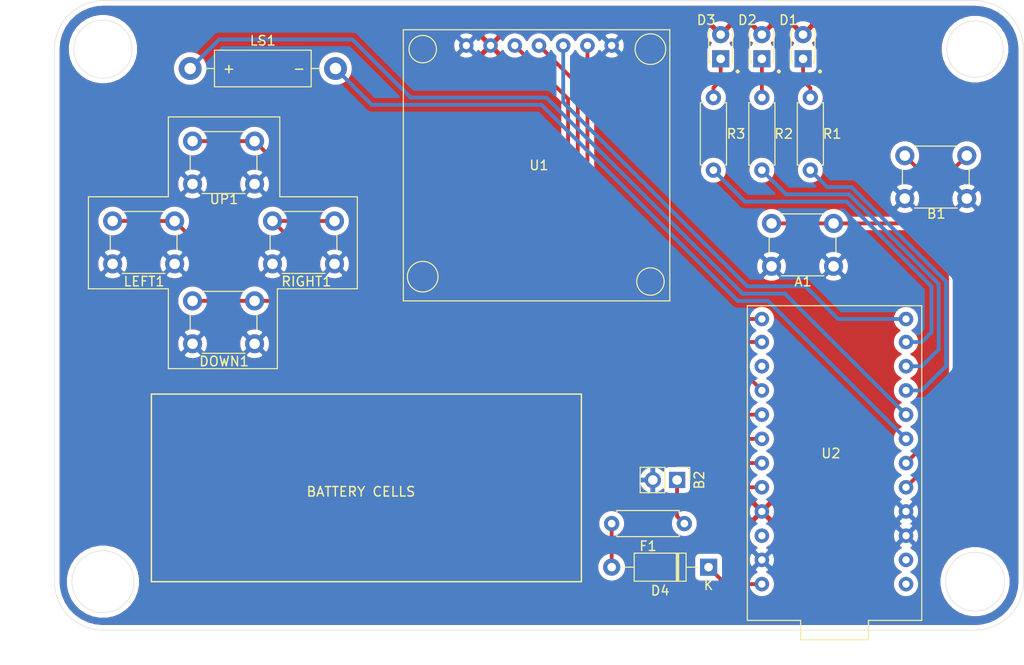
<source format=kicad_pcb>
(kicad_pcb (version 20171130) (host pcbnew "(5.1.8)-1")
  (layers (0 F.Cu signal) (31 B.Cu signal) (34 B.Paste user) (35 F.Paste user) (36 B.SilkS user) (37 F.SilkS user) (38 B.Mask user) (39 F.Mask user) (44 Edge.Cuts user))
  (net 0 "")
  (net 1 +5V)
  (net 2 "Net-(D1-Pad1)")
  (net 3 "Net-(D2-Pad1)")
  (net 4 "Net-(D3-Pad1)")
  (net 5 Speaker-)
  (net 6 Speaker+)
  (net 7 R_LED)
  (net 8 G_LED)
  (net 9 B_LED)
  (net 10 GND)
  (net 11 DOWN)
  (net 12 LEFT)
  (net 13 UP)
  (net 14 SCK)
  (net 15 CE)
  (net 16 RES)
  (net 17 MOSI)
  (net 18 "Net-(U2-Pad14)")
  (net 19 RIGHT)
  (net 20 "Net-(U2-Pad0)")
  (net 21 "Net-(U2-Pad1)")
  (net 22 BAT+)
  (net 23 "Net-(B2-Pad1)")
  (net 24 "Net-(D4-Pad2)")
  (net 25 "Net-(U2-PadRST)")
  (net 26 A_Button)
  (net 27 B_Button)
  (module Module:Arduino_Pro_Micro (layer F.Cu) (at 117.348 86.868 180)
    (fp_text reference U2 (at 0.381 3.81) (layer F.SilkS))
    (fp_text value Arduino_Pro_Micro)
    (pad 14 thru_hole circle (at 7.62 12.954 180) (size 1.524 1.524) (drill 0.762) (layers *.Cu *.Mask) (net 18 "Net-(U2-Pad14)"))
    (pad 15 thru_hole circle (at 7.62 10.414 180) (size 1.524 1.524) (drill 0.762) (layers *.Cu *.Mask) (net 14 SCK))
    (pad VCC thru_hole circle (at 7.62 -2.286 180) (size 1.524 1.524) (drill 0.762) (layers *.Cu *.Mask) (net 1 +5V))
    (pad A2 thru_hole circle (at 7.62 2.794 180) (size 1.524 1.524) (drill 0.762) (layers *.Cu *.Mask) (net 12 LEFT))
    (pad A0 thru_hole circle (at 7.62 7.874 180) (size 1.524 1.524) (drill 0.762) (layers *.Cu *.Mask) (net 13 UP))
    (pad GND thru_hole circle (at 7.62 -7.366 180) (size 1.524 1.524) (drill 0.762) (layers *.Cu *.Mask) (net 10 GND))
    (pad RST thru_hole circle (at 7.62 -4.826 180) (size 1.524 1.524) (drill 0.762) (layers *.Cu *.Mask) (net 25 "Net-(U2-PadRST)"))
    (pad RAW thru_hole circle (at 7.62 -9.906 180) (size 1.524 1.524) (drill 0.762) (layers *.Cu *.Mask) (net 22 BAT+))
    (pad A3 thru_hole circle (at 7.62 0.254 180) (size 1.524 1.524) (drill 0.762) (layers *.Cu *.Mask) (net 11 DOWN))
    (pad A1 thru_hole circle (at 7.62 5.334 180) (size 1.524 1.524) (drill 0.762) (layers *.Cu *.Mask) (net 19 RIGHT))
    (pad 16 thru_hole circle (at 7.62 15.494 180) (size 1.524 1.524) (drill 0.762) (layers *.Cu *.Mask) (net 17 MOSI))
    (pad 10 thru_hole circle (at 7.62 17.907 180) (size 1.524 1.524) (drill 0.762) (layers *.Cu *.Mask) (net 15 CE))
    (pad 9 thru_hole circle (at -7.493 17.907 180) (size 1.524 1.524) (drill 0.762) (layers *.Cu *.Mask) (net 16 RES))
    (pad 8 thru_hole circle (at -7.493 15.494 180) (size 1.524 1.524) (drill 0.762) (layers *.Cu *.Mask) (net 7 R_LED))
    (pad 7 thru_hole circle (at -7.493 12.954 180) (size 1.524 1.524) (drill 0.762) (layers *.Cu *.Mask) (net 8 G_LED))
    (pad 6 thru_hole circle (at -7.493 10.414 180) (size 1.524 1.524) (drill 0.762) (layers *.Cu *.Mask) (net 9 B_LED))
    (pad 5 thru_hole circle (at -7.493 7.874 180) (size 1.524 1.524) (drill 0.762) (layers *.Cu *.Mask) (net 6 Speaker+))
    (pad 4 thru_hole circle (at -7.493 5.334 180) (size 1.524 1.524) (drill 0.762) (layers *.Cu *.Mask) (net 5 Speaker-))
    (pad 3 thru_hole circle (at -7.493 2.794 180) (size 1.524 1.524) (drill 0.762) (layers *.Cu *.Mask) (net 26 A_Button))
    (pad 2 thru_hole circle (at -7.493 0.254 180) (size 1.524 1.524) (drill 0.762) (layers *.Cu *.Mask) (net 27 B_Button))
    (pad GND thru_hole circle (at -7.493 -2.286 180) (size 1.524 1.524) (drill 0.762) (layers *.Cu *.Mask) (net 10 GND))
    (pad GND thru_hole circle (at -7.493 -4.826 180) (size 1.524 1.524) (drill 0.762) (layers *.Cu *.Mask) (net 10 GND))
    (pad 0 thru_hole circle (at -7.493 -7.366 180) (size 1.524 1.524) (drill 0.762) (layers *.Cu *.Mask) (net 20 "Net-(U2-Pad0)"))
    (pad 1 thru_hole circle (at -7.493 -9.906 180) (size 1.524 1.524) (drill 0.762) (layers *.Cu *.Mask) (net 21 "Net-(U2-Pad1)"))
  )
  (module Resistor_THT:R_Axial_DIN0207_L6.3mm_D2.5mm_P7.62mm_Horizontal (layer F.Cu) (at 101.6 90.424 180)
    (fp_text reference F1 (at 3.81 -2.37) (layer F.SilkS))
    (fp_text value Polyfuse500mA)
    (fp_line (start 0.54 -1.04) (end 0.54 -1.37) (layer F.SilkS) (width 0.12))
    (fp_line (start 0.54 -1.37) (end 7.08 -1.37) (layer F.SilkS) (width 0.12))
    (fp_line (start 7.08 -1.37) (end 7.08 -1.04) (layer F.SilkS) (width 0.12))
    (fp_line (start 0.54 1.04) (end 0.54 1.37) (layer F.SilkS) (width 0.12))
    (fp_line (start 0.54 1.37) (end 7.08 1.37) (layer F.SilkS) (width 0.12))
    (fp_line (start 7.08 1.37) (end 7.08 1.04) (layer F.SilkS) (width 0.12))
    (pad 2 thru_hole oval (at 7.62 0 180) (size 1.6 1.6) (drill 0.8) (layers *.Cu *.Mask) (net 24 "Net-(D4-Pad2)"))
    (pad 1 thru_hole circle (at 0 0 180) (size 1.6 1.6) (drill 0.8) (layers *.Cu *.Mask) (net 23 "Net-(B2-Pad1)"))
  )
  (module Diode_THT:D_A-405_P10.16mm_Horizontal (layer F.Cu) (at 104.14 94.996 180)
    (fp_text reference D4 (at 5.08 -2.47) (layer F.SilkS))
    (fp_text value D)
    (fp_text user K (at 0 -1.9) (layer F.SilkS))
    (fp_line (start 2.36 -1.47) (end 2.36 1.47) (layer F.SilkS) (width 0.12))
    (fp_line (start 2.36 1.47) (end 7.8 1.47) (layer F.SilkS) (width 0.12))
    (fp_line (start 7.8 1.47) (end 7.8 -1.47) (layer F.SilkS) (width 0.12))
    (fp_line (start 7.8 -1.47) (end 2.36 -1.47) (layer F.SilkS) (width 0.12))
    (fp_line (start 1.14 0) (end 2.36 0) (layer F.SilkS) (width 0.12))
    (fp_line (start 9.02 0) (end 7.8 0) (layer F.SilkS) (width 0.12))
    (fp_line (start 3.26 -1.47) (end 3.26 1.47) (layer F.SilkS) (width 0.12))
    (fp_line (start 3.38 -1.47) (end 3.38 1.47) (layer F.SilkS) (width 0.12))
    (fp_line (start 3.14 -1.47) (end 3.14 1.47) (layer F.SilkS) (width 0.12))
    (pad 2 thru_hole oval (at 10.16 0 180) (size 1.8 1.8) (drill 0.9) (layers *.Cu *.Mask) (net 24 "Net-(D4-Pad2)"))
    (pad 1 thru_hole rect (at 0 0 180) (size 1.8 1.8) (drill 0.9) (layers *.Cu *.Mask) (net 22 BAT+))
  )
  (module Connector_PinHeader_2.54mm:PinHeader_1x02_P2.54mm_Vertical (layer F.Cu) (at 100.838 85.852 270)
    (fp_text reference B2 (at 0 -2.33 90) (layer F.SilkS))
    (fp_text value Battery)
    (fp_line (start -1.33 -1.33) (end 0 -1.33) (layer F.SilkS) (width 0.12))
    (fp_line (start -1.33 0) (end -1.33 -1.33) (layer F.SilkS) (width 0.12))
    (fp_line (start -1.33 1.27) (end 1.33 1.27) (layer F.SilkS) (width 0.12))
    (fp_line (start 1.33 1.27) (end 1.33 3.87) (layer F.SilkS) (width 0.12))
    (fp_line (start -1.33 1.27) (end -1.33 3.87) (layer F.SilkS) (width 0.12))
    (fp_line (start -1.33 3.87) (end 1.33 3.87) (layer F.SilkS) (width 0.12))
    (pad 2 thru_hole oval (at 0 2.54 270) (size 1.7 1.7) (drill 1) (layers *.Cu *.Mask) (net 10 GND))
    (pad 1 thru_hole rect (at 0 0 270) (size 1.7 1.7) (drill 1) (layers *.Cu *.Mask) (net 23 "Net-(B2-Pad1)"))
  )
  (module Button_Switch_THT:SW_PUSH_6mm_H4.3mm (layer F.Cu) (at 50.038 50.292)
    (fp_text reference UP1 (at 3.302 6.096) (layer F.SilkS))
    (fp_text value Button_Tactile)
    (fp_line (start 6.75 3) (end 6.75 1.5) (layer F.SilkS) (width 0.12))
    (fp_line (start 5.5 -1) (end 1 -1) (layer F.SilkS) (width 0.12))
    (fp_line (start -0.25 1.5) (end -0.25 3) (layer F.SilkS) (width 0.12))
    (fp_line (start 1 5.5) (end 5.5 5.5) (layer F.SilkS) (width 0.12))
    (pad 1 thru_hole circle (at 6.5 0 90) (size 2 2) (drill 1.1) (layers *.Cu *.Mask) (net 13 UP))
    (pad 2 thru_hole circle (at 6.5 4.5 90) (size 2 2) (drill 1.1) (layers *.Cu *.Mask) (net 10 GND))
    (pad 1 thru_hole circle (at 0 0 90) (size 2 2) (drill 1.1) (layers *.Cu *.Mask) (net 13 UP))
    (pad 2 thru_hole circle (at 0 4.5 90) (size 2 2) (drill 1.1) (layers *.Cu *.Mask) (net 10 GND))
  )
  (module "Module:OLED(7pin)" (layer F.Cu) (at 86.36 56.388)
    (fp_text reference U1 (at 0 -3.556) (layer F.SilkS))
    (fp_text value "OLED(SPI)")
    (pad GND thru_hole circle (at -7.62 -16.129) (size 1.524 1.524) (drill 0.762) (layers *.Cu *.Mask) (net 10 GND))
    (pad VCC thru_hole circle (at -5.08 -16.129) (size 1.524 1.524) (drill 0.762) (layers *.Cu *.Mask) (net 1 +5V))
    (pad D0 thru_hole circle (at -2.54 -16.129) (size 1.524 1.524) (drill 0.762) (layers *.Cu *.Mask) (net 14 SCK))
    (pad CS thru_hole circle (at 7.62 -16.129) (size 1.524 1.524) (drill 0.762) (layers *.Cu *.Mask) (net 10 GND))
    (pad DC thru_hole circle (at 5.08 -16.129) (size 1.524 1.524) (drill 0.762) (layers *.Cu *.Mask) (net 15 CE))
    (pad RES thru_hole circle (at 2.54 -16.129) (size 1.524 1.524) (drill 0.762) (layers *.Cu *.Mask) (net 16 RES))
    (pad D1 thru_hole circle (at 0 -16.129) (size 1.524 1.524) (drill 0.762) (layers *.Cu *.Mask) (net 17 MOSI))
  )
  (module Button_Switch_THT:SW_PUSH_6mm_H4.3mm (layer F.Cu) (at 58.42 58.674)
    (fp_text reference RIGHT1 (at 3.556 6.35) (layer F.SilkS))
    (fp_text value Button_Tactile)
    (fp_line (start 6.75 3) (end 6.75 1.5) (layer F.SilkS) (width 0.12))
    (fp_line (start 5.5 -1) (end 1 -1) (layer F.SilkS) (width 0.12))
    (fp_line (start -0.25 1.5) (end -0.25 3) (layer F.SilkS) (width 0.12))
    (fp_line (start 1 5.5) (end 5.5 5.5) (layer F.SilkS) (width 0.12))
    (pad 1 thru_hole circle (at 6.5 0 90) (size 2 2) (drill 1.1) (layers *.Cu *.Mask) (net 19 RIGHT))
    (pad 2 thru_hole circle (at 6.5 4.5 90) (size 2 2) (drill 1.1) (layers *.Cu *.Mask) (net 10 GND))
    (pad 1 thru_hole circle (at 0 0 90) (size 2 2) (drill 1.1) (layers *.Cu *.Mask) (net 19 RIGHT))
    (pad 2 thru_hole circle (at 0 4.5 90) (size 2 2) (drill 1.1) (layers *.Cu *.Mask) (net 10 GND))
  )
  (module Resistor_THT:R_Axial_DIN0207_L6.3mm_D2.5mm_P7.62mm_Horizontal (layer F.Cu) (at 104.648 45.72 270)
    (fp_text reference R3 (at 3.81 -2.37 180) (layer F.SilkS))
    (fp_text value R)
    (fp_line (start 7.08 1.37) (end 7.08 1.04) (layer F.SilkS) (width 0.12))
    (fp_line (start 0.54 1.37) (end 7.08 1.37) (layer F.SilkS) (width 0.12))
    (fp_line (start 0.54 1.04) (end 0.54 1.37) (layer F.SilkS) (width 0.12))
    (fp_line (start 7.08 -1.37) (end 7.08 -1.04) (layer F.SilkS) (width 0.12))
    (fp_line (start 0.54 -1.37) (end 7.08 -1.37) (layer F.SilkS) (width 0.12))
    (fp_line (start 0.54 -1.04) (end 0.54 -1.37) (layer F.SilkS) (width 0.12))
    (pad 2 thru_hole oval (at 7.62 0 270) (size 1.6 1.6) (drill 0.8) (layers *.Cu *.Mask) (net 7 R_LED))
    (pad 1 thru_hole circle (at 0 0 270) (size 1.6 1.6) (drill 0.8) (layers *.Cu *.Mask) (net 4 "Net-(D3-Pad1)"))
  )
  (module Resistor_THT:R_Axial_DIN0207_L6.3mm_D2.5mm_P7.62mm_Horizontal (layer F.Cu) (at 109.728 45.72 270)
    (fp_text reference R2 (at 3.81 -2.286 180) (layer F.SilkS))
    (fp_text value R)
    (fp_line (start 7.08 1.37) (end 7.08 1.04) (layer F.SilkS) (width 0.12))
    (fp_line (start 0.54 1.37) (end 7.08 1.37) (layer F.SilkS) (width 0.12))
    (fp_line (start 0.54 1.04) (end 0.54 1.37) (layer F.SilkS) (width 0.12))
    (fp_line (start 7.08 -1.37) (end 7.08 -1.04) (layer F.SilkS) (width 0.12))
    (fp_line (start 0.54 -1.37) (end 7.08 -1.37) (layer F.SilkS) (width 0.12))
    (fp_line (start 0.54 -1.04) (end 0.54 -1.37) (layer F.SilkS) (width 0.12))
    (pad 2 thru_hole oval (at 7.62 0 270) (size 1.6 1.6) (drill 0.8) (layers *.Cu *.Mask) (net 8 G_LED))
    (pad 1 thru_hole circle (at 0 0 270) (size 1.6 1.6) (drill 0.8) (layers *.Cu *.Mask) (net 3 "Net-(D2-Pad1)"))
  )
  (module Resistor_THT:R_Axial_DIN0207_L6.3mm_D2.5mm_P7.62mm_Horizontal (layer F.Cu) (at 114.808 45.72 270)
    (fp_text reference R1 (at 3.81 -2.286 180) (layer F.SilkS))
    (fp_text value R)
    (fp_line (start 7.08 1.37) (end 7.08 1.04) (layer F.SilkS) (width 0.12))
    (fp_line (start 0.54 1.37) (end 7.08 1.37) (layer F.SilkS) (width 0.12))
    (fp_line (start 0.54 1.04) (end 0.54 1.37) (layer F.SilkS) (width 0.12))
    (fp_line (start 7.08 -1.37) (end 7.08 -1.04) (layer F.SilkS) (width 0.12))
    (fp_line (start 0.54 -1.37) (end 7.08 -1.37) (layer F.SilkS) (width 0.12))
    (fp_line (start 0.54 -1.04) (end 0.54 -1.37) (layer F.SilkS) (width 0.12))
    (pad 2 thru_hole oval (at 7.62 0 270) (size 1.6 1.6) (drill 0.8) (layers *.Cu *.Mask) (net 9 B_LED))
    (pad 1 thru_hole circle (at 0 0 270) (size 1.6 1.6) (drill 0.8) (layers *.Cu *.Mask) (net 2 "Net-(D1-Pad1)"))
  )
  (module Resistor_THT:R_Axial_DIN0411_L9.9mm_D3.6mm_P15.24mm_Horizontal (layer F.Cu) (at 49.784 42.672)
    (fp_text reference LS1 (at 7.62 -2.92) (layer F.SilkS))
    (fp_text value Speaker)
    (fp_line (start 13.8 0) (end 12.69 0) (layer F.SilkS) (width 0.12))
    (fp_line (start 1.44 0) (end 2.55 0) (layer F.SilkS) (width 0.12))
    (fp_line (start 12.69 -1.92) (end 2.55 -1.92) (layer F.SilkS) (width 0.12))
    (fp_line (start 12.69 1.92) (end 12.69 -1.92) (layer F.SilkS) (width 0.12))
    (fp_line (start 2.55 1.92) (end 12.69 1.92) (layer F.SilkS) (width 0.12))
    (fp_line (start 2.55 -1.92) (end 2.55 1.92) (layer F.SilkS) (width 0.12))
    (pad 2 thru_hole oval (at 15.24 0) (size 2.4 2.4) (drill 1.2) (layers *.Cu *.Mask) (net 5 Speaker-))
    (pad 1 thru_hole circle (at 0 0) (size 2.4 2.4) (drill 1.2) (layers *.Cu *.Mask) (net 6 Speaker+))
  )
  (module Button_Switch_THT:SW_PUSH_6mm_H4.3mm (layer F.Cu) (at 41.656 58.674)
    (fp_text reference LEFT1 (at 3.302 6.35) (layer F.SilkS))
    (fp_text value Button_Tactile)
    (fp_line (start 6.75 3) (end 6.75 1.5) (layer F.SilkS) (width 0.12))
    (fp_line (start 5.5 -1) (end 1 -1) (layer F.SilkS) (width 0.12))
    (fp_line (start -0.25 1.5) (end -0.25 3) (layer F.SilkS) (width 0.12))
    (fp_line (start 1 5.5) (end 5.5 5.5) (layer F.SilkS) (width 0.12))
    (pad 1 thru_hole circle (at 6.5 0 90) (size 2 2) (drill 1.1) (layers *.Cu *.Mask) (net 12 LEFT))
    (pad 2 thru_hole circle (at 6.5 4.5 90) (size 2 2) (drill 1.1) (layers *.Cu *.Mask) (net 10 GND))
    (pad 1 thru_hole circle (at 0 0 90) (size 2 2) (drill 1.1) (layers *.Cu *.Mask) (net 12 LEFT))
    (pad 2 thru_hole circle (at 0 4.5 90) (size 2 2) (drill 1.1) (layers *.Cu *.Mask) (net 10 GND))
  )
  (module Button_Switch_THT:SW_PUSH_6mm_H4.3mm (layer F.Cu) (at 50.038 67.056)
    (fp_text reference DOWN1 (at 3.302 6.35) (layer F.SilkS))
    (fp_text value Button_Tactile)
    (fp_line (start 6.75 3) (end 6.75 1.5) (layer F.SilkS) (width 0.12))
    (fp_line (start 5.5 -1) (end 1 -1) (layer F.SilkS) (width 0.12))
    (fp_line (start -0.25 1.5) (end -0.25 3) (layer F.SilkS) (width 0.12))
    (fp_line (start 1 5.5) (end 5.5 5.5) (layer F.SilkS) (width 0.12))
    (pad 1 thru_hole circle (at 6.5 0 90) (size 2 2) (drill 1.1) (layers *.Cu *.Mask) (net 11 DOWN))
    (pad 2 thru_hole circle (at 6.5 4.5 90) (size 2 2) (drill 1.1) (layers *.Cu *.Mask) (net 10 GND))
    (pad 1 thru_hole circle (at 0 0 90) (size 2 2) (drill 1.1) (layers *.Cu *.Mask) (net 11 DOWN))
    (pad 2 thru_hole circle (at 0 4.5 90) (size 2 2) (drill 1.1) (layers *.Cu *.Mask) (net 10 GND))
  )
  (module LED_THT:LED_D1.8mm_W3.3mm_H2.4mm (layer F.Cu) (at 105.41 41.656 90)
    (fp_text reference D3 (at 4.064 -1.524 180) (layer F.SilkS))
    (fp_text value LED)
    (fp_line (start -0.2 1.08) (end -0.2 1.26) (layer F.SilkS) (width 0.12))
    (fp_line (start -0.2 -1.26) (end -0.2 -1.08) (layer F.SilkS) (width 0.12))
    (fp_line (start -0.32 1.08) (end -0.32 1.26) (layer F.SilkS) (width 0.12))
    (fp_line (start -0.32 -1.26) (end -0.32 -1.08) (layer F.SilkS) (width 0.12))
    (fp_line (start 2.98 1.095) (end 2.98 1.26) (layer F.SilkS) (width 0.12))
    (fp_line (start 2.98 -1.26) (end 2.98 -1.095) (layer F.SilkS) (width 0.12))
    (fp_line (start -0.44 1.08) (end -0.44 1.26) (layer F.SilkS) (width 0.12))
    (fp_line (start -0.44 -1.26) (end -0.44 -1.08) (layer F.SilkS) (width 0.12))
    (fp_line (start -0.44 1.26) (end 2.98 1.26) (layer F.SilkS) (width 0.12))
    (fp_line (start -0.44 -1.26) (end 2.98 -1.26) (layer F.SilkS) (width 0.12))
    (pad 2 thru_hole circle (at 2.54 0 90) (size 1.8 1.8) (drill 0.9) (layers *.Cu *.Mask) (net 1 +5V))
    (pad 1 thru_hole rect (at 0 0 90) (size 1.8 1.8) (drill 0.9) (layers *.Cu *.Mask) (net 4 "Net-(D3-Pad1)"))
  )
  (module LED_THT:LED_D1.8mm_W3.3mm_H2.4mm (layer F.Cu) (at 109.728 41.656 90)
    (fp_text reference D2 (at 4.064 -1.524 180) (layer F.SilkS))
    (fp_text value LED)
    (fp_line (start -0.2 1.08) (end -0.2 1.26) (layer F.SilkS) (width 0.12))
    (fp_line (start -0.2 -1.26) (end -0.2 -1.08) (layer F.SilkS) (width 0.12))
    (fp_line (start -0.32 1.08) (end -0.32 1.26) (layer F.SilkS) (width 0.12))
    (fp_line (start -0.32 -1.26) (end -0.32 -1.08) (layer F.SilkS) (width 0.12))
    (fp_line (start 2.98 1.095) (end 2.98 1.26) (layer F.SilkS) (width 0.12))
    (fp_line (start 2.98 -1.26) (end 2.98 -1.095) (layer F.SilkS) (width 0.12))
    (fp_line (start -0.44 1.08) (end -0.44 1.26) (layer F.SilkS) (width 0.12))
    (fp_line (start -0.44 -1.26) (end -0.44 -1.08) (layer F.SilkS) (width 0.12))
    (fp_line (start -0.44 1.26) (end 2.98 1.26) (layer F.SilkS) (width 0.12))
    (fp_line (start -0.44 -1.26) (end 2.98 -1.26) (layer F.SilkS) (width 0.12))
    (pad 2 thru_hole circle (at 2.54 0 90) (size 1.8 1.8) (drill 0.9) (layers *.Cu *.Mask) (net 1 +5V))
    (pad 1 thru_hole rect (at 0 0 90) (size 1.8 1.8) (drill 0.9) (layers *.Cu *.Mask) (net 3 "Net-(D2-Pad1)"))
  )
  (module LED_THT:LED_D1.8mm_W3.3mm_H2.4mm (layer F.Cu) (at 114.046 41.656 90)
    (fp_text reference D1 (at 4.064 -1.524 180) (layer F.SilkS))
    (fp_text value LED)
    (fp_line (start -0.2 1.08) (end -0.2 1.26) (layer F.SilkS) (width 0.12))
    (fp_line (start -0.2 -1.26) (end -0.2 -1.08) (layer F.SilkS) (width 0.12))
    (fp_line (start -0.32 1.08) (end -0.32 1.26) (layer F.SilkS) (width 0.12))
    (fp_line (start -0.32 -1.26) (end -0.32 -1.08) (layer F.SilkS) (width 0.12))
    (fp_line (start 2.98 1.095) (end 2.98 1.26) (layer F.SilkS) (width 0.12))
    (fp_line (start 2.98 -1.26) (end 2.98 -1.095) (layer F.SilkS) (width 0.12))
    (fp_line (start -0.44 1.08) (end -0.44 1.26) (layer F.SilkS) (width 0.12))
    (fp_line (start -0.44 -1.26) (end -0.44 -1.08) (layer F.SilkS) (width 0.12))
    (fp_line (start -0.44 1.26) (end 2.98 1.26) (layer F.SilkS) (width 0.12))
    (fp_line (start -0.44 -1.26) (end 2.98 -1.26) (layer F.SilkS) (width 0.12))
    (pad 2 thru_hole circle (at 2.54 0 90) (size 1.8 1.8) (drill 0.9) (layers *.Cu *.Mask) (net 1 +5V))
    (pad 1 thru_hole rect (at 0 0 90) (size 1.8 1.8) (drill 0.9) (layers *.Cu *.Mask) (net 2 "Net-(D1-Pad1)"))
  )
  (module Button_Switch_THT:SW_PUSH_6mm_H4.3mm (layer F.Cu) (at 124.714 51.816)
    (fp_text reference B1 (at 3.302 6.096) (layer F.SilkS))
    (fp_text value Button_Tactile)
    (fp_line (start 6.75 3) (end 6.75 1.5) (layer F.SilkS) (width 0.12))
    (fp_line (start 5.5 -1) (end 1 -1) (layer F.SilkS) (width 0.12))
    (fp_line (start -0.25 1.5) (end -0.25 3) (layer F.SilkS) (width 0.12))
    (fp_line (start 1 5.5) (end 5.5 5.5) (layer F.SilkS) (width 0.12))
    (pad 1 thru_hole circle (at 6.5 0 90) (size 2 2) (drill 1.1) (layers *.Cu *.Mask) (net 27 B_Button))
    (pad 2 thru_hole circle (at 6.5 4.5 90) (size 2 2) (drill 1.1) (layers *.Cu *.Mask) (net 10 GND))
    (pad 1 thru_hole circle (at 0 0 90) (size 2 2) (drill 1.1) (layers *.Cu *.Mask) (net 27 B_Button))
    (pad 2 thru_hole circle (at 0 4.5 90) (size 2 2) (drill 1.1) (layers *.Cu *.Mask) (net 10 GND))
  )
  (module Button_Switch_THT:SW_PUSH_6mm_H4.3mm (layer F.Cu) (at 110.744 58.928)
    (fp_text reference A1 (at 3.302 6.096) (layer F.SilkS))
    (fp_text value Button_Tactile)
    (fp_line (start 6.75 3) (end 6.75 1.5) (layer F.SilkS) (width 0.12))
    (fp_line (start 5.5 -1) (end 1 -1) (layer F.SilkS) (width 0.12))
    (fp_line (start -0.25 1.5) (end -0.25 3) (layer F.SilkS) (width 0.12))
    (fp_line (start 1 5.5) (end 5.5 5.5) (layer F.SilkS) (width 0.12))
    (pad 1 thru_hole circle (at 6.5 0 90) (size 2 2) (drill 1.1) (layers *.Cu *.Mask) (net 26 A_Button))
    (pad 2 thru_hole circle (at 6.5 4.5 90) (size 2 2) (drill 1.1) (layers *.Cu *.Mask) (net 10 GND))
    (pad 1 thru_hole circle (at 0 0 90) (size 2 2) (drill 1.1) (layers *.Cu *.Mask) (net 26 A_Button))
    (pad 2 thru_hole circle (at 0 4.5 90) (size 2 2) (drill 1.1) (layers *.Cu *.Mask) (net 10 GND))
  )
  (gr_line (start 126.492 67.564) (end 126.492 100.584) (layer F.SilkS) (width 0.12))
  (gr_text . (at 107.188 42.164) (layer F.SilkS) (effects (font (size 2 2) (thickness 0.25))))
  (gr_text . (at 111.506 42.164) (layer F.SilkS) (effects (font (size 2 2) (thickness 0.25))))
  (gr_text . (at 115.824 42.164) (layer F.SilkS) (effects (font (size 2 2) (thickness 0.25))))
  (gr_text - (at 61.214 42.672) (layer F.SilkS) (effects (font (size 1 1))))
  (gr_text "+\n" (at 53.848 42.672) (layer F.SilkS) (effects (font (size 1 1))))
  (gr_line (start 57.15 39.878) (end 56.896 39.878) (layer F.SilkS) (width 0.12))
  (gr_line (start 47.498 56.134) (end 39.116 56.134) (layer F.SilkS) (width 0.12))
  (gr_line (start 47.498 47.752) (end 47.498 56.134) (layer F.SilkS) (width 0.12))
  (gr_line (start 47.752 47.752) (end 47.498 47.752) (layer F.SilkS) (width 0.12))
  (gr_line (start 39.116 65.786) (end 39.116 56.134) (layer F.SilkS) (width 0.12))
  (gr_line (start 47.498 65.786) (end 39.116 65.786) (layer F.SilkS) (width 0.12))
  (gr_line (start 47.498 74.168) (end 47.498 65.786) (layer F.SilkS) (width 0.12))
  (gr_line (start 58.928 74.168) (end 47.498 74.168) (layer F.SilkS) (width 0.12))
  (gr_line (start 58.928 65.786) (end 58.928 74.168) (layer F.SilkS) (width 0.12))
  (gr_line (start 67.31 65.786) (end 58.928 65.786) (layer F.SilkS) (width 0.12))
  (gr_line (start 67.31 56.134) (end 67.31 65.786) (layer F.SilkS) (width 0.12))
  (gr_line (start 59.182 56.134) (end 67.31 56.134) (layer F.SilkS) (width 0.12))
  (gr_line (start 59.182 47.752) (end 59.182 56.134) (layer F.SilkS) (width 0.12))
  (gr_line (start 47.752 47.752) (end 59.182 47.752) (layer F.SilkS) (width 0.12))
  (gr_line (start 108.204 100.584) (end 108.204 67.564) (layer F.SilkS) (width 0.12))
  (gr_line (start 113.792 100.584) (end 108.204 100.584) (layer F.SilkS) (width 0.12))
  (gr_line (start 113.792 102.616) (end 113.792 100.584) (layer F.SilkS) (width 0.12))
  (gr_line (start 120.904 102.616) (end 113.792 102.616) (layer F.SilkS) (width 0.12))
  (gr_line (start 120.904 100.584) (end 120.904 102.616) (layer F.SilkS) (width 0.12))
  (gr_line (start 126.492 100.584) (end 120.904 100.584) (layer F.SilkS) (width 0.12))
  (gr_line (start 108.204 67.564) (end 126.492 67.564) (layer F.SilkS) (width 0.12))
  (gr_circle (center 74.168 64.516) (end 75.692 64.008) (layer F.SilkS) (width 0.12))
  (gr_circle (center 98.044 65.024) (end 99.06 64.008) (layer F.SilkS) (width 0.12))
  (gr_circle (center 98.044 40.64) (end 99.568 40.132) (layer F.SilkS) (width 0.12))
  (gr_circle (center 74.168 40.64) (end 75.184 39.624) (layer F.SilkS) (width 0.12))
  (gr_line (start 100.076 38.608) (end 72.136 38.608) (layer F.SilkS) (width 0.12))
  (gr_line (start 100.076 67.056) (end 100.076 38.608) (layer F.SilkS) (width 0.12))
  (gr_line (start 72.136 67.056) (end 100.076 67.056) (layer F.SilkS) (width 0.12))
  (gr_line (start 72.136 38.608) (end 72.136 67.056) (layer F.SilkS) (width 0.12))
  (gr_circle (center 40.64 40.64) (end 40.64 37.592) (layer Edge.Cuts) (width 0.05))
  (gr_circle (center 40.64 96.52) (end 42.672 93.98) (layer Edge.Cuts) (width 0.05))
  (gr_circle (center 132.08 96.52) (end 135.128 97.028) (layer Edge.Cuts) (width 0.05))
  (gr_circle (center 132.08 40.64) (end 134.62 39.116) (layer Edge.Cuts) (width 0.05))
  (gr_arc (start 40.64 40.64) (end 40.64 35.56) (angle -90) (layer Edge.Cuts) (width 0.05))
  (gr_arc (start 40.64 96.52) (end 35.56 96.52) (angle -90) (layer Edge.Cuts) (width 0.05))
  (gr_arc (start 132.08 96.52) (end 132.08 101.6) (angle -90) (layer Edge.Cuts) (width 0.05))
  (gr_arc (start 132.08 40.64) (end 137.16 40.64) (angle -90) (layer Edge.Cuts) (width 0.05))
  (gr_line (start 132.08 101.6) (end 40.64 101.6) (layer Edge.Cuts) (width 0.05))
  (gr_line (start 137.16 40.64) (end 137.16 96.52) (layer Edge.Cuts) (width 0.05))
  (gr_line (start 40.64 35.56) (end 132.08 35.56) (layer Edge.Cuts) (width 0.05))
  (gr_line (start 35.56 96.52) (end 35.56 40.64) (layer Edge.Cuts) (width 0.05))
  (gr_text "BATTERY CELLS \n\n" (at 68.072 87.884) (layer F.SilkS) (effects (font (size 1 1))))
  (gr_line (start 45.72 96.52) (end 45.72 76.835) (layer F.SilkS) (width 0.15))
  (gr_line (start 90.805 96.52) (end 45.72 96.52) (layer F.SilkS) (width 0.15))
  (gr_line (start 90.805 76.835) (end 90.805 96.52) (layer F.SilkS) (width 0.15))
  (gr_line (start 45.72 76.835) (end 90.805 76.835) (layer F.SilkS) (width 0.15))
  (segment (start 114.046 41.656) (end 114.046 43.942) (width 0.4) (layer F.Cu) (net 2))
  (segment (start 114.808 44.704) (end 114.808 45.72) (width 0.4) (layer F.Cu) (net 2))
  (segment (start 114.046 43.942) (end 114.808 44.704) (width 0.4) (layer F.Cu) (net 2))
  (segment (start 109.728 41.656) (end 109.728 45.72) (width 0.4) (layer F.Cu) (net 3))
  (segment (start 104.648 45.72) (end 104.648 44.704) (width 0.4) (layer F.Cu) (net 4))
  (segment (start 105.41 43.942) (end 105.41 41.656) (width 0.4) (layer F.Cu) (net 4))
  (segment (start 104.648 44.704) (end 105.41 43.942) (width 0.4) (layer F.Cu) (net 4))
  (segment (start 124.841 81.534) (end 110.363 67.056) (width 0.4) (layer B.Cu) (net 5))
  (segment (start 110.363 67.056) (end 107.188 67.056) (width 0.4) (layer B.Cu) (net 5))
  (segment (start 107.188 67.056) (end 86.614 46.482) (width 0.4) (layer B.Cu) (net 5))
  (segment (start 68.834 46.482) (end 65.024 42.672) (width 0.4) (layer B.Cu) (net 5))
  (segment (start 86.614 46.482) (end 68.834 46.482) (width 0.4) (layer B.Cu) (net 5))
  (segment (start 52.832 39.624) (end 49.784 42.672) (width 0.4) (layer B.Cu) (net 6))
  (segment (start 66.802 39.624) (end 52.832 39.624) (width 0.4) (layer B.Cu) (net 6))
  (segment (start 72.898 45.72) (end 66.802 39.624) (width 0.4) (layer B.Cu) (net 6))
  (segment (start 87.122 45.72) (end 72.898 45.72) (width 0.4) (layer B.Cu) (net 6))
  (segment (start 107.696 66.294) (end 87.122 45.72) (width 0.4) (layer B.Cu) (net 6))
  (segment (start 112.141 66.294) (end 107.696 66.294) (width 0.4) (layer B.Cu) (net 6))
  (segment (start 124.841 78.994) (end 112.141 66.294) (width 0.4) (layer B.Cu) (net 6))
  (segment (start 107.95 56.642) (end 104.648 53.34) (width 0.4) (layer B.Cu) (net 7))
  (segment (start 118.618 56.642) (end 107.95 56.642) (width 0.4) (layer B.Cu) (net 7))
  (segment (start 127.508 65.532) (end 118.618 56.642) (width 0.4) (layer B.Cu) (net 7))
  (segment (start 127.508 70.358) (end 127.508 65.532) (width 0.4) (layer B.Cu) (net 7))
  (segment (start 126.492 71.374) (end 127.508 70.358) (width 0.4) (layer B.Cu) (net 7))
  (segment (start 124.841 71.374) (end 126.492 71.374) (width 0.4) (layer B.Cu) (net 7))
  (segment (start 128.27 72.136) (end 126.492 73.914) (width 0.4) (layer B.Cu) (net 8))
  (segment (start 118.872 55.88) (end 128.27 65.278) (width 0.4) (layer B.Cu) (net 8))
  (segment (start 126.492 73.914) (end 124.841 73.914) (width 0.4) (layer B.Cu) (net 8))
  (segment (start 112.268 55.88) (end 118.872 55.88) (width 0.4) (layer B.Cu) (net 8))
  (segment (start 128.27 65.278) (end 128.27 72.136) (width 0.4) (layer B.Cu) (net 8))
  (segment (start 109.728 53.34) (end 112.268 55.88) (width 0.4) (layer B.Cu) (net 8))
  (segment (start 129.032 73.914) (end 126.492 76.454) (width 0.4) (layer B.Cu) (net 9))
  (segment (start 129.032 65.024) (end 129.032 73.914) (width 0.4) (layer B.Cu) (net 9))
  (segment (start 116.586 55.118) (end 119.126 55.118) (width 0.4) (layer B.Cu) (net 9))
  (segment (start 114.808 53.34) (end 116.586 55.118) (width 0.4) (layer B.Cu) (net 9))
  (segment (start 119.126 55.118) (end 129.032 65.024) (width 0.4) (layer B.Cu) (net 9))
  (segment (start 124.841 76.454) (end 126.492 76.454) (width 0.4) (layer B.Cu) (net 9))
  (segment (start 50.038 67.056) (end 56.538 67.056) (width 0.4) (layer F.Cu) (net 11))
  (segment (start 107.442 86.614) (end 109.728 86.614) (width 0.4) (layer F.Cu) (net 11))
  (segment (start 103.886 83.058) (end 107.442 86.614) (width 0.4) (layer F.Cu) (net 11))
  (segment (start 98.298 83.058) (end 103.886 83.058) (width 0.4) (layer F.Cu) (net 11))
  (segment (start 91.186 75.946) (end 98.298 83.058) (width 0.4) (layer F.Cu) (net 11))
  (segment (start 67.056 75.946) (end 91.186 75.946) (width 0.4) (layer F.Cu) (net 11))
  (segment (start 58.166 67.056) (end 67.056 75.946) (width 0.4) (layer F.Cu) (net 11))
  (segment (start 56.538 67.056) (end 58.166 67.056) (width 0.4) (layer F.Cu) (net 11))
  (segment (start 41.656 58.674) (end 48.156 58.674) (width 0.4) (layer F.Cu) (net 12))
  (segment (start 54.76 65.278) (end 48.156 58.674) (width 0.4) (layer F.Cu) (net 12))
  (segment (start 57.404 65.278) (end 54.76 65.278) (width 0.4) (layer F.Cu) (net 12))
  (segment (start 67.31 75.184) (end 57.404 65.278) (width 0.4) (layer F.Cu) (net 12))
  (segment (start 91.44 75.184) (end 67.31 75.184) (width 0.4) (layer F.Cu) (net 12))
  (segment (start 98.552 82.296) (end 91.44 75.184) (width 0.4) (layer F.Cu) (net 12))
  (segment (start 104.394 82.296) (end 98.552 82.296) (width 0.4) (layer F.Cu) (net 12))
  (segment (start 106.172 84.074) (end 104.394 82.296) (width 0.4) (layer F.Cu) (net 12))
  (segment (start 109.728 84.074) (end 106.172 84.074) (width 0.4) (layer F.Cu) (net 12))
  (segment (start 50.038 50.292) (end 56.538 50.292) (width 0.4) (layer F.Cu) (net 13))
  (segment (start 108.204 78.994) (end 109.728 78.994) (width 0.4) (layer F.Cu) (net 13))
  (segment (start 106.426 80.772) (end 108.204 78.994) (width 0.4) (layer F.Cu) (net 13))
  (segment (start 99.06 80.772) (end 106.426 80.772) (width 0.4) (layer F.Cu) (net 13))
  (segment (start 91.948 73.66) (end 99.06 80.772) (width 0.4) (layer F.Cu) (net 13))
  (segment (start 69.85 73.66) (end 91.948 73.66) (width 0.4) (layer F.Cu) (net 13))
  (segment (start 67.818 71.628) (end 69.85 73.66) (width 0.4) (layer F.Cu) (net 13))
  (segment (start 67.818 57.658) (end 67.818 71.628) (width 0.4) (layer F.Cu) (net 13))
  (segment (start 61.872 55.626) (end 65.786 55.626) (width 0.4) (layer F.Cu) (net 13))
  (segment (start 65.786 55.626) (end 67.818 57.658) (width 0.4) (layer F.Cu) (net 13))
  (segment (start 56.538 50.292) (end 61.872 55.626) (width 0.4) (layer F.Cu) (net 13))
  (segment (start 89.408 45.847) (end 83.82 40.259) (width 0.4) (layer F.Cu) (net 14))
  (segment (start 89.408 64.77) (end 89.408 45.847) (width 0.4) (layer F.Cu) (net 14))
  (segment (start 96.012 71.374) (end 89.408 64.77) (width 0.4) (layer F.Cu) (net 14))
  (segment (start 109.728 76.454) (end 107.442 74.168) (width 0.4) (layer F.Cu) (net 14))
  (segment (start 107.442 74.168) (end 104.648 71.374) (width 0.4) (layer F.Cu) (net 14))
  (segment (start 96.012 71.374) (end 104.648 71.374) (width 0.4) (layer F.Cu) (net 14))
  (segment (start 109.728 68.961) (end 96.647 68.961) (width 0.4) (layer F.Cu) (net 15))
  (segment (start 91.44 63.754) (end 91.44 40.259) (width 0.4) (layer F.Cu) (net 15))
  (segment (start 96.647 68.961) (end 91.44 63.754) (width 0.4) (layer F.Cu) (net 15))
  (segment (start 88.9 46.228) (end 88.9 40.259) (width 0.4) (layer B.Cu) (net 16))
  (segment (start 108.204 65.532) (end 88.9 46.228) (width 0.4) (layer B.Cu) (net 16))
  (segment (start 114.3 65.532) (end 108.204 65.532) (width 0.4) (layer B.Cu) (net 16))
  (segment (start 117.729 68.961) (end 114.3 65.532) (width 0.4) (layer B.Cu) (net 16))
  (segment (start 124.841 68.961) (end 117.729 68.961) (width 0.4) (layer B.Cu) (net 16))
  (segment (start 90.424 64.262) (end 96.266 70.104) (width 0.4) (layer F.Cu) (net 17))
  (segment (start 90.424 44.323) (end 90.424 64.262) (width 0.4) (layer F.Cu) (net 17))
  (segment (start 86.36 40.259) (end 90.424 44.323) (width 0.4) (layer F.Cu) (net 17))
  (segment (start 96.266 70.104) (end 105.156 70.104) (width 0.4) (layer F.Cu) (net 17))
  (segment (start 106.426 71.374) (end 109.728 71.374) (width 0.4) (layer F.Cu) (net 17))
  (segment (start 105.156 70.104) (end 106.426 71.374) (width 0.4) (layer F.Cu) (net 17))
  (segment (start 58.42 58.674) (end 64.92 58.674) (width 0.4) (layer F.Cu) (net 19))
  (segment (start 104.394 81.534) (end 109.728 81.534) (width 0.4) (layer F.Cu) (net 19))
  (segment (start 98.806 81.534) (end 104.394 81.534) (width 0.4) (layer F.Cu) (net 19))
  (segment (start 69.763458 74.422) (end 91.694 74.422) (width 0.4) (layer F.Cu) (net 19))
  (segment (start 91.694 74.422) (end 98.806 81.534) (width 0.4) (layer F.Cu) (net 19))
  (segment (start 61.468 66.126542) (end 69.763458 74.422) (width 0.4) (layer F.Cu) (net 19))
  (segment (start 61.468 61.722) (end 61.468 66.126542) (width 0.4) (layer F.Cu) (net 19))
  (segment (start 58.42 58.674) (end 61.468 61.722) (width 0.4) (layer F.Cu) (net 19))
  (segment (start 105.918 96.774) (end 104.14 94.996) (width 0.4) (layer F.Cu) (net 22))
  (segment (start 109.728 96.774) (end 105.918 96.774) (width 0.4) (layer F.Cu) (net 22))
  (segment (start 100.838 89.662) (end 101.6 90.424) (width 0.4) (layer F.Cu) (net 23))
  (segment (start 100.838 85.852) (end 100.838 89.662) (width 0.4) (layer F.Cu) (net 23))
  (segment (start 93.98 90.424) (end 93.98 94.996) (width 0.4) (layer F.Cu) (net 24))
  (segment (start 110.744 58.928) (end 117.244 58.928) (width 0.4) (layer F.Cu) (net 26))
  (segment (start 124.46 58.928) (end 117.244 58.928) (width 0.4) (layer F.Cu) (net 26))
  (segment (start 124.968 58.928) (end 124.46 58.928) (width 0.4) (layer F.Cu) (net 26))
  (segment (start 130.048 64.008) (end 124.968 58.928) (width 0.4) (layer F.Cu) (net 26))
  (segment (start 130.048 78.867) (end 130.048 64.008) (width 0.4) (layer F.Cu) (net 26))
  (segment (start 124.841 84.074) (end 130.048 78.867) (width 0.4) (layer F.Cu) (net 26))
  (segment (start 128.016 55.118) (end 124.714 51.816) (width 0.4) (layer F.Cu) (net 27))
  (segment (start 128.016 55.014) (end 128.016 55.118) (width 0.4) (layer F.Cu) (net 27))
  (segment (start 131.214 51.816) (end 128.016 55.014) (width 0.4) (layer F.Cu) (net 27))
  (segment (start 131.0005 63.4365) (end 131.0005 80.4545) (width 0.4) (layer F.Cu) (net 27))
  (segment (start 128.016 60.452) (end 131.0005 63.4365) (width 0.4) (layer F.Cu) (net 27))
  (segment (start 128.016 55.118) (end 128.016 60.452) (width 0.4) (layer F.Cu) (net 27))
  (segment (start 124.841 86.614) (end 131.0005 80.4545) (width 0.4) (layer F.Cu) (net 27))
  (zone (net 10) (net_name GND) (layer B.Cu) (connect_pads (clearance 0.508)) (min_thickness 0.254) (fill yes (arc_segments 32) (thermal_gap 0.508) (thermal_bridge_width 0.508))
    (polygon (pts (xy 137.16 101.6) (xy 35.56 101.6) (xy 35.814 35.56) (xy 137.16 35.56)))
  )
  (zone (net 1) (net_name +5V) (layer F.Cu) (connect_pads (clearance 0.508)) (min_thickness 0.254) (fill yes (arc_segments 32) (thermal_gap 0.508) (thermal_bridge_width 0.508))
    (polygon (pts (xy 137.16 101.6) (xy 35.56 101.6) (xy 35.56 35.56) (xy 137.16 35.56)))
  )
)
</source>
